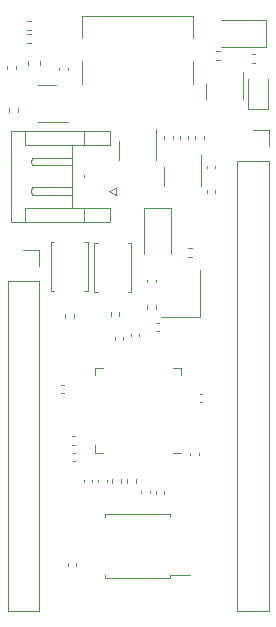
<source format=gbr>
%TF.GenerationSoftware,KiCad,Pcbnew,(6.0.9)*%
%TF.CreationDate,2023-01-04T16:56:23-05:00*%
%TF.ProjectId,RP2040_DevBoard_LiPo,52503230-3430-45f4-9465-76426f617264,rev?*%
%TF.SameCoordinates,Original*%
%TF.FileFunction,Legend,Top*%
%TF.FilePolarity,Positive*%
%FSLAX46Y46*%
G04 Gerber Fmt 4.6, Leading zero omitted, Abs format (unit mm)*
G04 Created by KiCad (PCBNEW (6.0.9)) date 2023-01-04 16:56:23*
%MOMM*%
%LPD*%
G01*
G04 APERTURE LIST*
%ADD10C,0.120000*%
G04 APERTURE END LIST*
D10*
%TO.C,D3*%
X178500000Y-22735000D02*
X182385000Y-22735000D01*
X182385000Y-20465000D02*
X178500000Y-20465000D01*
X182385000Y-22735000D02*
X182385000Y-20465000D01*
%TO.C,U3*%
X163800000Y-25940000D02*
X163000000Y-25940000D01*
X163800000Y-29060000D02*
X163000000Y-29060000D01*
X163800000Y-29060000D02*
X165600000Y-29060000D01*
X163800000Y-25940000D02*
X164600000Y-25940000D01*
%TO.C,R10*%
X170050000Y-59663641D02*
X170050000Y-59356359D01*
X169290000Y-59663641D02*
X169290000Y-59356359D01*
%TO.C,D1*%
X174285000Y-36395000D02*
X172015000Y-36395000D01*
X174285000Y-40280000D02*
X174285000Y-36395000D01*
X172015000Y-36395000D02*
X172015000Y-40280000D01*
%TO.C,J1*%
X166800000Y-22000000D02*
X166800000Y-20100000D01*
X176200000Y-25900000D02*
X176200000Y-23900000D01*
X176200000Y-20100000D02*
X166800000Y-20100000D01*
X166800000Y-25900000D02*
X166800000Y-23900000D01*
X176200000Y-22000000D02*
X176200000Y-20100000D01*
%TO.C,C6*%
X165560000Y-24707836D02*
X165560000Y-24492164D01*
X164840000Y-24707836D02*
X164840000Y-24492164D01*
%TO.C,R1*%
X162146359Y-21620000D02*
X162453641Y-21620000D01*
X162146359Y-22380000D02*
X162453641Y-22380000D01*
%TO.C,C8*%
X172990000Y-42657836D02*
X172990000Y-42442164D01*
X172270000Y-42657836D02*
X172270000Y-42442164D01*
%TO.C,C18*%
X166930000Y-59607836D02*
X166930000Y-59392164D01*
X167650000Y-59607836D02*
X167650000Y-59392164D01*
%TO.C,J2*%
X181250000Y-29770000D02*
X182580000Y-29770000D01*
X182580000Y-29770000D02*
X182580000Y-31100000D01*
X179920000Y-70530000D02*
X182580000Y-70530000D01*
X179920000Y-32370000D02*
X182580000Y-32370000D01*
X179920000Y-32370000D02*
X179920000Y-70530000D01*
X182580000Y-32370000D02*
X182580000Y-70530000D01*
%TO.C,R5*%
X174480000Y-30553641D02*
X174480000Y-30246359D01*
X173720000Y-30553641D02*
X173720000Y-30246359D01*
%TO.C,C5*%
X178060000Y-35107836D02*
X178060000Y-34892164D01*
X177340000Y-35107836D02*
X177340000Y-34892164D01*
%TO.C,C4*%
X178060000Y-33007836D02*
X178060000Y-32792164D01*
X177340000Y-33007836D02*
X177340000Y-32792164D01*
%TO.C,Q1*%
X180360000Y-26500000D02*
X180360000Y-24825000D01*
X177240000Y-26500000D02*
X177240000Y-27150000D01*
X180360000Y-26500000D02*
X180360000Y-27150000D01*
X177240000Y-26500000D02*
X177240000Y-25850000D01*
%TO.C,C19*%
X171800000Y-60547836D02*
X171800000Y-60332164D01*
X172520000Y-60547836D02*
X172520000Y-60332164D01*
%TO.C,R3*%
X175776359Y-40560000D02*
X176083641Y-40560000D01*
X175776359Y-39800000D02*
X176083641Y-39800000D01*
%TO.C,C13*%
X170910000Y-47247836D02*
X170910000Y-47032164D01*
X171630000Y-47247836D02*
X171630000Y-47032164D01*
%TO.C,C11*%
X173750000Y-60577836D02*
X173750000Y-60362164D01*
X173030000Y-60577836D02*
X173030000Y-60362164D01*
%TO.C,C1*%
X161160000Y-24392164D02*
X161160000Y-24607836D01*
X160440000Y-24392164D02*
X160440000Y-24607836D01*
%TO.C,R6*%
X161380000Y-28253641D02*
X161380000Y-27946359D01*
X160620000Y-28253641D02*
X160620000Y-27946359D01*
%TO.C,C15*%
X165012164Y-52050000D02*
X165227836Y-52050000D01*
X165012164Y-51330000D02*
X165227836Y-51330000D01*
%TO.C,R7*%
X178146359Y-23120000D02*
X178453641Y-23120000D01*
X178146359Y-23880000D02*
X178453641Y-23880000D01*
%TO.C,C12*%
X168850000Y-59607836D02*
X168850000Y-59392164D01*
X168130000Y-59607836D02*
X168130000Y-59392164D01*
%TO.C,R8*%
X172270000Y-44586359D02*
X172270000Y-44893641D01*
X173030000Y-44586359D02*
X173030000Y-44893641D01*
%TO.C,C9*%
X165550000Y-66452164D02*
X165550000Y-66667836D01*
X166270000Y-66452164D02*
X166270000Y-66667836D01*
%TO.C,U2*%
X176860000Y-33700000D02*
X176860000Y-31900000D01*
X173740000Y-33700000D02*
X173740000Y-32900000D01*
X176860000Y-33700000D02*
X176860000Y-34500000D01*
X173740000Y-33700000D02*
X173740000Y-34500000D01*
%TO.C,C16*%
X176967836Y-52110000D02*
X176752164Y-52110000D01*
X176967836Y-52830000D02*
X176752164Y-52830000D01*
%TO.C,U1*%
X169940000Y-31500000D02*
X169940000Y-30700000D01*
X169940000Y-31500000D02*
X169940000Y-32300000D01*
X173060000Y-31500000D02*
X173060000Y-32300000D01*
X173060000Y-31500000D02*
X173060000Y-29700000D01*
%TO.C,C14*%
X175920000Y-57327836D02*
X175920000Y-57112164D01*
X176640000Y-57327836D02*
X176640000Y-57112164D01*
%TO.C,R4*%
X181453641Y-24080000D02*
X181146359Y-24080000D01*
X181453641Y-23320000D02*
X181146359Y-23320000D01*
%TO.C,SW1*%
X170920000Y-39360000D02*
X170920000Y-43500000D01*
X168080000Y-43500000D02*
X167780000Y-43500000D01*
X170620000Y-39360000D02*
X170920000Y-39360000D01*
X170920000Y-43500000D02*
X170620000Y-43500000D01*
X167780000Y-39360000D02*
X168080000Y-39360000D01*
X167780000Y-43500000D02*
X167780000Y-39360000D01*
%TO.C,R2*%
X162146359Y-20520000D02*
X162453641Y-20520000D01*
X162146359Y-21280000D02*
X162453641Y-21280000D01*
%TO.C,R12*%
X165330000Y-45376359D02*
X165330000Y-45683641D01*
X166090000Y-45376359D02*
X166090000Y-45683641D01*
%TO.C,SW2*%
X164410000Y-43440000D02*
X164110000Y-43440000D01*
X166950000Y-39300000D02*
X167250000Y-39300000D01*
X164110000Y-43440000D02*
X164110000Y-39300000D01*
X164110000Y-39300000D02*
X164410000Y-39300000D01*
X167250000Y-39300000D02*
X167250000Y-43440000D01*
X167250000Y-43440000D02*
X166950000Y-43440000D01*
%TO.C,C3*%
X176340000Y-30507836D02*
X176340000Y-30292164D01*
X177060000Y-30507836D02*
X177060000Y-30292164D01*
%TO.C,C17*%
X165962164Y-57090000D02*
X166177836Y-57090000D01*
X165962164Y-57810000D02*
X166177836Y-57810000D01*
%TO.C,U5*%
X171480000Y-62285000D02*
X168755000Y-62285000D01*
X168755000Y-67735000D02*
X168755000Y-67475000D01*
X174205000Y-67475000D02*
X175880000Y-67475000D01*
X171480000Y-62285000D02*
X174205000Y-62285000D01*
X171480000Y-67735000D02*
X168755000Y-67735000D01*
X171480000Y-67735000D02*
X174205000Y-67735000D01*
X168755000Y-62285000D02*
X168755000Y-62545000D01*
X174205000Y-62285000D02*
X174205000Y-62545000D01*
X174205000Y-67735000D02*
X174205000Y-67475000D01*
%TO.C,Y1*%
X173480000Y-45630000D02*
X176780000Y-45630000D01*
X176780000Y-45630000D02*
X176780000Y-41630000D01*
%TO.C,C7*%
X173257836Y-46080000D02*
X173042164Y-46080000D01*
X173257836Y-46800000D02*
X173042164Y-46800000D01*
%TO.C,C2*%
X175760000Y-30507836D02*
X175760000Y-30292164D01*
X175040000Y-30507836D02*
X175040000Y-30292164D01*
%TO.C,C10*%
X170260000Y-47547836D02*
X170260000Y-47332164D01*
X169540000Y-47547836D02*
X169540000Y-47332164D01*
%TO.C,J6*%
X163130000Y-39920000D02*
X163130000Y-41250000D01*
X160470000Y-42520000D02*
X160470000Y-70520000D01*
X160470000Y-42520000D02*
X163130000Y-42520000D01*
X161800000Y-39920000D02*
X163130000Y-39920000D01*
X163130000Y-42520000D02*
X163130000Y-70520000D01*
X160470000Y-70520000D02*
X163130000Y-70520000D01*
%TO.C,C20*%
X165952164Y-56440000D02*
X166167836Y-56440000D01*
X165952164Y-55720000D02*
X166167836Y-55720000D01*
%TO.C,U4*%
X174460000Y-49890000D02*
X175110000Y-49890000D01*
X167890000Y-49890000D02*
X167890000Y-50540000D01*
X175110000Y-49890000D02*
X175110000Y-50540000D01*
X168540000Y-49890000D02*
X167890000Y-49890000D01*
X167890000Y-57110000D02*
X167890000Y-56460000D01*
X168540000Y-57110000D02*
X167890000Y-57110000D01*
X174460000Y-57110000D02*
X175110000Y-57110000D01*
%TO.C,R9*%
X170570000Y-59663641D02*
X170570000Y-59356359D01*
X171330000Y-59663641D02*
X171330000Y-59356359D01*
%TO.C,J3*%
X161942500Y-36340000D02*
X166942500Y-36340000D01*
X166942500Y-36340000D02*
X166942500Y-37560000D01*
X169142500Y-36340000D02*
X169142500Y-37560000D01*
X160722500Y-29840000D02*
X169142500Y-29840000D01*
X165942500Y-32130000D02*
X165942500Y-32450000D01*
X166942500Y-31060000D02*
X166942500Y-29840000D01*
X166942500Y-33780000D02*
X166942500Y-33620000D01*
X160722500Y-37560000D02*
X160722500Y-29840000D01*
X169142500Y-37560000D02*
X160722500Y-37560000D01*
X165942500Y-32770000D02*
X162522500Y-32770000D01*
X162522500Y-32770000D02*
X162442500Y-32450000D01*
X161942500Y-29840000D02*
X161942500Y-31060000D01*
X165942500Y-34950000D02*
X165942500Y-35270000D01*
X161942500Y-37560000D02*
X161942500Y-36340000D01*
X161942500Y-31060000D02*
X166942500Y-31060000D01*
X169142500Y-29840000D02*
X169142500Y-31060000D01*
X169032500Y-34950000D02*
X169632500Y-35250000D01*
X165942500Y-34630000D02*
X165942500Y-34950000D01*
X169142500Y-31060000D02*
X166942500Y-31060000D01*
X162522500Y-34630000D02*
X165942500Y-34630000D01*
X165942500Y-32450000D02*
X165942500Y-32770000D01*
X162442500Y-32450000D02*
X162522500Y-32130000D01*
X166942500Y-36340000D02*
X169142500Y-36340000D01*
X169632500Y-35250000D02*
X169632500Y-34650000D01*
X162442500Y-34950000D02*
X162522500Y-34630000D01*
X162522500Y-35270000D02*
X162442500Y-34950000D01*
X169632500Y-34650000D02*
X169032500Y-34950000D01*
X165942500Y-35270000D02*
X162522500Y-35270000D01*
X165942500Y-36340000D02*
X165942500Y-31060000D01*
X162522500Y-32130000D02*
X165942500Y-32130000D01*
%TO.C,F1*%
X163210000Y-23937221D02*
X163210000Y-24262779D01*
X162190000Y-23937221D02*
X162190000Y-24262779D01*
%TO.C,R11*%
X169940000Y-45216359D02*
X169940000Y-45523641D01*
X169180000Y-45216359D02*
X169180000Y-45523641D01*
%TO.C,D2*%
X182550000Y-28000000D02*
X182550000Y-25450000D01*
X180850000Y-28000000D02*
X180850000Y-25450000D01*
X180850000Y-28000000D02*
X182550000Y-28000000D01*
%TD*%
M02*

</source>
